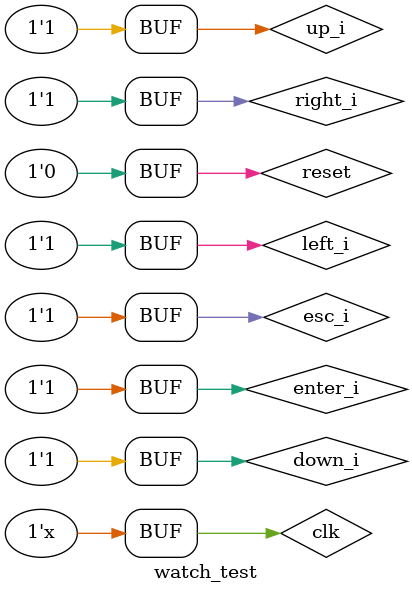
<source format=v>
`timescale 1ns / 1ps
module watch_test;

	// Inputs
	reg up_i;
	reg down_i;
	reg left_i;
	reg right_i;
	reg enter_i;
	reg esc_i;
	reg clk;
	reg reset;

	// Outputs
	wire [7:0] out_m;
	wire [47:0] out;
	wire alm;

	// Instantiate the Unit Under Test (UUT)
	watch uut (
		.up_i(up_i), 
		.down_i(down_i), 
		.left_i(left_i), 
		.right_i(right_i), 
		.enter_i(enter_i), 
		.esc_i(esc_i), 
		.clk(clk), 
		.out_m(out_m), 
		.out(out), 
		.alm(alm),
		.reset(reset)
	);
	
	initial begin
		// Initialize Inputs
		up_i = 1;
		down_i = 1;
		left_i = 1;
		right_i = 1;
		enter_i = 1;
		esc_i = 1;
		clk = 1;
		reset = 0;

		// #1000 == 1 sec
		// Clock test
		#1000 reset = 1; #200 reset = 0;
		#1000 enter_i = 0; #200 enter_i = 1;
		#200 up_i = 0; #200 up_i = 1;
		#2000
		#200 right_i = 0; #200 right_i = 1;
		#200 up_i = 0; #200 up_i = 1;
		#200 up_i = 0; #200 up_i = 1;
		#2000;
		#200 right_i = 0; #200 right_i = 1;
		#200 up_i = 0; #200 up_i = 1;
		#200 up_i = 0; #200 up_i = 1;
		#200 up_i = 0; #200 up_i = 1;
		#2000
		#200 esc_i = 0; #200 esc_i = 1;
		
		// Alarm test
		#200 up_i = 0; #200 up_i = 1;
		#200 enter_i = 0; #200 enter_i = 1;
		#200 up_i = 0; #200 up_i = 1;
		#200 right_i = 0; #200 right_i = 1;
		#200 up_i = 0; #200 up_i = 1;
		#200 up_i = 0; #200 up_i = 1;
		#200 up_i = 0; #200 up_i = 1;
		#2000 esc_i = 0; #200 esc_i = 1;
		#2000 right_i = 0; #200 right_i = 1;
		//#90000 esc_i = 0; #200 esc_i = 1; // stop alarm
		#10000 down_i = 0; #200 down_i = 1;
		#50000 reset = 1; #200 reset = 0;
	end
	
	always #0.5 clk = ~clk;
      
endmodule


</source>
